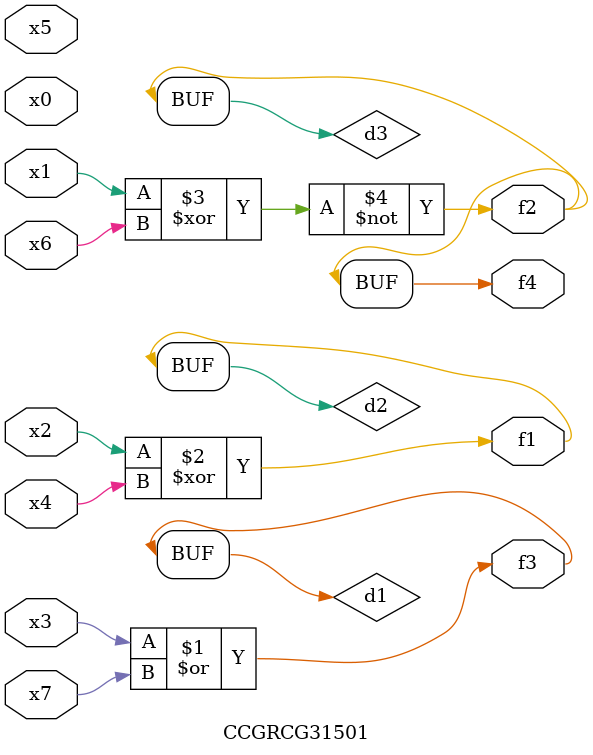
<source format=v>
module CCGRCG31501(
	input x0, x1, x2, x3, x4, x5, x6, x7,
	output f1, f2, f3, f4
);

	wire d1, d2, d3;

	or (d1, x3, x7);
	xor (d2, x2, x4);
	xnor (d3, x1, x6);
	assign f1 = d2;
	assign f2 = d3;
	assign f3 = d1;
	assign f4 = d3;
endmodule

</source>
